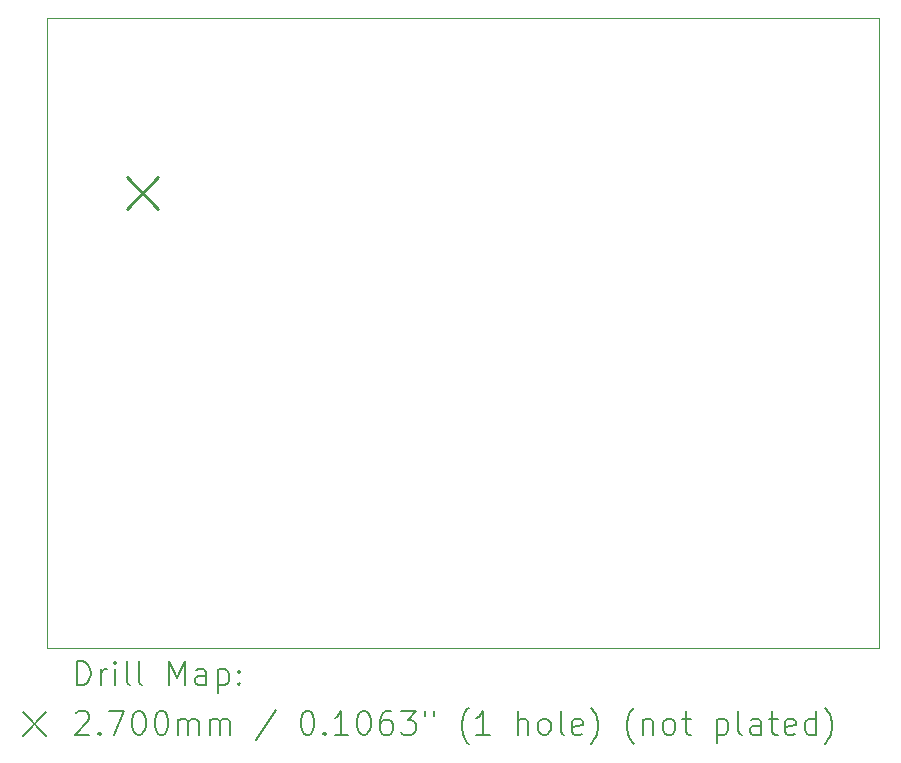
<source format=gbr>
%TF.GenerationSoftware,KiCad,Pcbnew,7.0.9*%
%TF.CreationDate,2025-04-20T12:54:36+02:00*%
%TF.ProjectId,C64-PSU-PCB-replacement-for-902503-06,4336342d-5053-4552-9d50-43422d726570,D*%
%TF.SameCoordinates,Original*%
%TF.FileFunction,Drillmap*%
%TF.FilePolarity,Positive*%
%FSLAX45Y45*%
G04 Gerber Fmt 4.5, Leading zero omitted, Abs format (unit mm)*
G04 Created by KiCad (PCBNEW 7.0.9) date 2025-04-20 12:54:36*
%MOMM*%
%LPD*%
G01*
G04 APERTURE LIST*
%ADD10C,0.050000*%
%ADD11C,0.200000*%
%ADD12C,0.270000*%
G04 APERTURE END LIST*
D10*
X2540000Y-7874000D02*
X2540000Y-2540000D01*
X9588500Y-7874000D02*
X2540000Y-7874000D01*
X2540000Y-2540000D02*
X9588500Y-2540000D01*
X9588500Y-2540000D02*
X9588500Y-7874000D01*
D11*
D12*
X3217800Y-3883500D02*
X3487800Y-4153500D01*
X3487800Y-3883500D02*
X3217800Y-4153500D01*
D11*
X2798277Y-8187984D02*
X2798277Y-7987984D01*
X2798277Y-7987984D02*
X2845896Y-7987984D01*
X2845896Y-7987984D02*
X2874467Y-7997508D01*
X2874467Y-7997508D02*
X2893515Y-8016555D01*
X2893515Y-8016555D02*
X2903039Y-8035603D01*
X2903039Y-8035603D02*
X2912562Y-8073698D01*
X2912562Y-8073698D02*
X2912562Y-8102269D01*
X2912562Y-8102269D02*
X2903039Y-8140365D01*
X2903039Y-8140365D02*
X2893515Y-8159412D01*
X2893515Y-8159412D02*
X2874467Y-8178460D01*
X2874467Y-8178460D02*
X2845896Y-8187984D01*
X2845896Y-8187984D02*
X2798277Y-8187984D01*
X2998277Y-8187984D02*
X2998277Y-8054650D01*
X2998277Y-8092746D02*
X3007801Y-8073698D01*
X3007801Y-8073698D02*
X3017324Y-8064174D01*
X3017324Y-8064174D02*
X3036372Y-8054650D01*
X3036372Y-8054650D02*
X3055420Y-8054650D01*
X3122086Y-8187984D02*
X3122086Y-8054650D01*
X3122086Y-7987984D02*
X3112562Y-7997508D01*
X3112562Y-7997508D02*
X3122086Y-8007031D01*
X3122086Y-8007031D02*
X3131610Y-7997508D01*
X3131610Y-7997508D02*
X3122086Y-7987984D01*
X3122086Y-7987984D02*
X3122086Y-8007031D01*
X3245896Y-8187984D02*
X3226848Y-8178460D01*
X3226848Y-8178460D02*
X3217324Y-8159412D01*
X3217324Y-8159412D02*
X3217324Y-7987984D01*
X3350658Y-8187984D02*
X3331610Y-8178460D01*
X3331610Y-8178460D02*
X3322086Y-8159412D01*
X3322086Y-8159412D02*
X3322086Y-7987984D01*
X3579229Y-8187984D02*
X3579229Y-7987984D01*
X3579229Y-7987984D02*
X3645896Y-8130841D01*
X3645896Y-8130841D02*
X3712562Y-7987984D01*
X3712562Y-7987984D02*
X3712562Y-8187984D01*
X3893515Y-8187984D02*
X3893515Y-8083222D01*
X3893515Y-8083222D02*
X3883991Y-8064174D01*
X3883991Y-8064174D02*
X3864943Y-8054650D01*
X3864943Y-8054650D02*
X3826848Y-8054650D01*
X3826848Y-8054650D02*
X3807801Y-8064174D01*
X3893515Y-8178460D02*
X3874467Y-8187984D01*
X3874467Y-8187984D02*
X3826848Y-8187984D01*
X3826848Y-8187984D02*
X3807801Y-8178460D01*
X3807801Y-8178460D02*
X3798277Y-8159412D01*
X3798277Y-8159412D02*
X3798277Y-8140365D01*
X3798277Y-8140365D02*
X3807801Y-8121317D01*
X3807801Y-8121317D02*
X3826848Y-8111793D01*
X3826848Y-8111793D02*
X3874467Y-8111793D01*
X3874467Y-8111793D02*
X3893515Y-8102269D01*
X3988753Y-8054650D02*
X3988753Y-8254650D01*
X3988753Y-8064174D02*
X4007801Y-8054650D01*
X4007801Y-8054650D02*
X4045896Y-8054650D01*
X4045896Y-8054650D02*
X4064943Y-8064174D01*
X4064943Y-8064174D02*
X4074467Y-8073698D01*
X4074467Y-8073698D02*
X4083991Y-8092746D01*
X4083991Y-8092746D02*
X4083991Y-8149888D01*
X4083991Y-8149888D02*
X4074467Y-8168936D01*
X4074467Y-8168936D02*
X4064943Y-8178460D01*
X4064943Y-8178460D02*
X4045896Y-8187984D01*
X4045896Y-8187984D02*
X4007801Y-8187984D01*
X4007801Y-8187984D02*
X3988753Y-8178460D01*
X4169705Y-8168936D02*
X4179229Y-8178460D01*
X4179229Y-8178460D02*
X4169705Y-8187984D01*
X4169705Y-8187984D02*
X4160182Y-8178460D01*
X4160182Y-8178460D02*
X4169705Y-8168936D01*
X4169705Y-8168936D02*
X4169705Y-8187984D01*
X4169705Y-8064174D02*
X4179229Y-8073698D01*
X4179229Y-8073698D02*
X4169705Y-8083222D01*
X4169705Y-8083222D02*
X4160182Y-8073698D01*
X4160182Y-8073698D02*
X4169705Y-8064174D01*
X4169705Y-8064174D02*
X4169705Y-8083222D01*
X2337500Y-8416500D02*
X2537500Y-8616500D01*
X2537500Y-8416500D02*
X2337500Y-8616500D01*
X2788753Y-8427031D02*
X2798277Y-8417508D01*
X2798277Y-8417508D02*
X2817324Y-8407984D01*
X2817324Y-8407984D02*
X2864943Y-8407984D01*
X2864943Y-8407984D02*
X2883991Y-8417508D01*
X2883991Y-8417508D02*
X2893515Y-8427031D01*
X2893515Y-8427031D02*
X2903039Y-8446079D01*
X2903039Y-8446079D02*
X2903039Y-8465127D01*
X2903039Y-8465127D02*
X2893515Y-8493698D01*
X2893515Y-8493698D02*
X2779229Y-8607984D01*
X2779229Y-8607984D02*
X2903039Y-8607984D01*
X2988753Y-8588936D02*
X2998277Y-8598460D01*
X2998277Y-8598460D02*
X2988753Y-8607984D01*
X2988753Y-8607984D02*
X2979229Y-8598460D01*
X2979229Y-8598460D02*
X2988753Y-8588936D01*
X2988753Y-8588936D02*
X2988753Y-8607984D01*
X3064943Y-8407984D02*
X3198277Y-8407984D01*
X3198277Y-8407984D02*
X3112562Y-8607984D01*
X3312562Y-8407984D02*
X3331610Y-8407984D01*
X3331610Y-8407984D02*
X3350658Y-8417508D01*
X3350658Y-8417508D02*
X3360182Y-8427031D01*
X3360182Y-8427031D02*
X3369705Y-8446079D01*
X3369705Y-8446079D02*
X3379229Y-8484174D01*
X3379229Y-8484174D02*
X3379229Y-8531793D01*
X3379229Y-8531793D02*
X3369705Y-8569889D01*
X3369705Y-8569889D02*
X3360182Y-8588936D01*
X3360182Y-8588936D02*
X3350658Y-8598460D01*
X3350658Y-8598460D02*
X3331610Y-8607984D01*
X3331610Y-8607984D02*
X3312562Y-8607984D01*
X3312562Y-8607984D02*
X3293515Y-8598460D01*
X3293515Y-8598460D02*
X3283991Y-8588936D01*
X3283991Y-8588936D02*
X3274467Y-8569889D01*
X3274467Y-8569889D02*
X3264943Y-8531793D01*
X3264943Y-8531793D02*
X3264943Y-8484174D01*
X3264943Y-8484174D02*
X3274467Y-8446079D01*
X3274467Y-8446079D02*
X3283991Y-8427031D01*
X3283991Y-8427031D02*
X3293515Y-8417508D01*
X3293515Y-8417508D02*
X3312562Y-8407984D01*
X3503039Y-8407984D02*
X3522086Y-8407984D01*
X3522086Y-8407984D02*
X3541134Y-8417508D01*
X3541134Y-8417508D02*
X3550658Y-8427031D01*
X3550658Y-8427031D02*
X3560182Y-8446079D01*
X3560182Y-8446079D02*
X3569705Y-8484174D01*
X3569705Y-8484174D02*
X3569705Y-8531793D01*
X3569705Y-8531793D02*
X3560182Y-8569889D01*
X3560182Y-8569889D02*
X3550658Y-8588936D01*
X3550658Y-8588936D02*
X3541134Y-8598460D01*
X3541134Y-8598460D02*
X3522086Y-8607984D01*
X3522086Y-8607984D02*
X3503039Y-8607984D01*
X3503039Y-8607984D02*
X3483991Y-8598460D01*
X3483991Y-8598460D02*
X3474467Y-8588936D01*
X3474467Y-8588936D02*
X3464943Y-8569889D01*
X3464943Y-8569889D02*
X3455420Y-8531793D01*
X3455420Y-8531793D02*
X3455420Y-8484174D01*
X3455420Y-8484174D02*
X3464943Y-8446079D01*
X3464943Y-8446079D02*
X3474467Y-8427031D01*
X3474467Y-8427031D02*
X3483991Y-8417508D01*
X3483991Y-8417508D02*
X3503039Y-8407984D01*
X3655420Y-8607984D02*
X3655420Y-8474650D01*
X3655420Y-8493698D02*
X3664943Y-8484174D01*
X3664943Y-8484174D02*
X3683991Y-8474650D01*
X3683991Y-8474650D02*
X3712563Y-8474650D01*
X3712563Y-8474650D02*
X3731610Y-8484174D01*
X3731610Y-8484174D02*
X3741134Y-8503222D01*
X3741134Y-8503222D02*
X3741134Y-8607984D01*
X3741134Y-8503222D02*
X3750658Y-8484174D01*
X3750658Y-8484174D02*
X3769705Y-8474650D01*
X3769705Y-8474650D02*
X3798277Y-8474650D01*
X3798277Y-8474650D02*
X3817324Y-8484174D01*
X3817324Y-8484174D02*
X3826848Y-8503222D01*
X3826848Y-8503222D02*
X3826848Y-8607984D01*
X3922086Y-8607984D02*
X3922086Y-8474650D01*
X3922086Y-8493698D02*
X3931610Y-8484174D01*
X3931610Y-8484174D02*
X3950658Y-8474650D01*
X3950658Y-8474650D02*
X3979229Y-8474650D01*
X3979229Y-8474650D02*
X3998277Y-8484174D01*
X3998277Y-8484174D02*
X4007801Y-8503222D01*
X4007801Y-8503222D02*
X4007801Y-8607984D01*
X4007801Y-8503222D02*
X4017324Y-8484174D01*
X4017324Y-8484174D02*
X4036372Y-8474650D01*
X4036372Y-8474650D02*
X4064943Y-8474650D01*
X4064943Y-8474650D02*
X4083991Y-8484174D01*
X4083991Y-8484174D02*
X4093515Y-8503222D01*
X4093515Y-8503222D02*
X4093515Y-8607984D01*
X4483991Y-8398460D02*
X4312563Y-8655603D01*
X4741134Y-8407984D02*
X4760182Y-8407984D01*
X4760182Y-8407984D02*
X4779229Y-8417508D01*
X4779229Y-8417508D02*
X4788753Y-8427031D01*
X4788753Y-8427031D02*
X4798277Y-8446079D01*
X4798277Y-8446079D02*
X4807801Y-8484174D01*
X4807801Y-8484174D02*
X4807801Y-8531793D01*
X4807801Y-8531793D02*
X4798277Y-8569889D01*
X4798277Y-8569889D02*
X4788753Y-8588936D01*
X4788753Y-8588936D02*
X4779229Y-8598460D01*
X4779229Y-8598460D02*
X4760182Y-8607984D01*
X4760182Y-8607984D02*
X4741134Y-8607984D01*
X4741134Y-8607984D02*
X4722087Y-8598460D01*
X4722087Y-8598460D02*
X4712563Y-8588936D01*
X4712563Y-8588936D02*
X4703039Y-8569889D01*
X4703039Y-8569889D02*
X4693515Y-8531793D01*
X4693515Y-8531793D02*
X4693515Y-8484174D01*
X4693515Y-8484174D02*
X4703039Y-8446079D01*
X4703039Y-8446079D02*
X4712563Y-8427031D01*
X4712563Y-8427031D02*
X4722087Y-8417508D01*
X4722087Y-8417508D02*
X4741134Y-8407984D01*
X4893515Y-8588936D02*
X4903039Y-8598460D01*
X4903039Y-8598460D02*
X4893515Y-8607984D01*
X4893515Y-8607984D02*
X4883991Y-8598460D01*
X4883991Y-8598460D02*
X4893515Y-8588936D01*
X4893515Y-8588936D02*
X4893515Y-8607984D01*
X5093515Y-8607984D02*
X4979229Y-8607984D01*
X5036372Y-8607984D02*
X5036372Y-8407984D01*
X5036372Y-8407984D02*
X5017325Y-8436555D01*
X5017325Y-8436555D02*
X4998277Y-8455603D01*
X4998277Y-8455603D02*
X4979229Y-8465127D01*
X5217325Y-8407984D02*
X5236372Y-8407984D01*
X5236372Y-8407984D02*
X5255420Y-8417508D01*
X5255420Y-8417508D02*
X5264944Y-8427031D01*
X5264944Y-8427031D02*
X5274468Y-8446079D01*
X5274468Y-8446079D02*
X5283991Y-8484174D01*
X5283991Y-8484174D02*
X5283991Y-8531793D01*
X5283991Y-8531793D02*
X5274468Y-8569889D01*
X5274468Y-8569889D02*
X5264944Y-8588936D01*
X5264944Y-8588936D02*
X5255420Y-8598460D01*
X5255420Y-8598460D02*
X5236372Y-8607984D01*
X5236372Y-8607984D02*
X5217325Y-8607984D01*
X5217325Y-8607984D02*
X5198277Y-8598460D01*
X5198277Y-8598460D02*
X5188753Y-8588936D01*
X5188753Y-8588936D02*
X5179229Y-8569889D01*
X5179229Y-8569889D02*
X5169706Y-8531793D01*
X5169706Y-8531793D02*
X5169706Y-8484174D01*
X5169706Y-8484174D02*
X5179229Y-8446079D01*
X5179229Y-8446079D02*
X5188753Y-8427031D01*
X5188753Y-8427031D02*
X5198277Y-8417508D01*
X5198277Y-8417508D02*
X5217325Y-8407984D01*
X5455420Y-8407984D02*
X5417325Y-8407984D01*
X5417325Y-8407984D02*
X5398277Y-8417508D01*
X5398277Y-8417508D02*
X5388753Y-8427031D01*
X5388753Y-8427031D02*
X5369706Y-8455603D01*
X5369706Y-8455603D02*
X5360182Y-8493698D01*
X5360182Y-8493698D02*
X5360182Y-8569889D01*
X5360182Y-8569889D02*
X5369706Y-8588936D01*
X5369706Y-8588936D02*
X5379229Y-8598460D01*
X5379229Y-8598460D02*
X5398277Y-8607984D01*
X5398277Y-8607984D02*
X5436372Y-8607984D01*
X5436372Y-8607984D02*
X5455420Y-8598460D01*
X5455420Y-8598460D02*
X5464944Y-8588936D01*
X5464944Y-8588936D02*
X5474468Y-8569889D01*
X5474468Y-8569889D02*
X5474468Y-8522270D01*
X5474468Y-8522270D02*
X5464944Y-8503222D01*
X5464944Y-8503222D02*
X5455420Y-8493698D01*
X5455420Y-8493698D02*
X5436372Y-8484174D01*
X5436372Y-8484174D02*
X5398277Y-8484174D01*
X5398277Y-8484174D02*
X5379229Y-8493698D01*
X5379229Y-8493698D02*
X5369706Y-8503222D01*
X5369706Y-8503222D02*
X5360182Y-8522270D01*
X5541134Y-8407984D02*
X5664944Y-8407984D01*
X5664944Y-8407984D02*
X5598277Y-8484174D01*
X5598277Y-8484174D02*
X5626848Y-8484174D01*
X5626848Y-8484174D02*
X5645896Y-8493698D01*
X5645896Y-8493698D02*
X5655420Y-8503222D01*
X5655420Y-8503222D02*
X5664944Y-8522270D01*
X5664944Y-8522270D02*
X5664944Y-8569889D01*
X5664944Y-8569889D02*
X5655420Y-8588936D01*
X5655420Y-8588936D02*
X5645896Y-8598460D01*
X5645896Y-8598460D02*
X5626848Y-8607984D01*
X5626848Y-8607984D02*
X5569706Y-8607984D01*
X5569706Y-8607984D02*
X5550658Y-8598460D01*
X5550658Y-8598460D02*
X5541134Y-8588936D01*
X5741134Y-8407984D02*
X5741134Y-8446079D01*
X5817325Y-8407984D02*
X5817325Y-8446079D01*
X6112563Y-8684174D02*
X6103039Y-8674650D01*
X6103039Y-8674650D02*
X6083991Y-8646079D01*
X6083991Y-8646079D02*
X6074468Y-8627031D01*
X6074468Y-8627031D02*
X6064944Y-8598460D01*
X6064944Y-8598460D02*
X6055420Y-8550841D01*
X6055420Y-8550841D02*
X6055420Y-8512746D01*
X6055420Y-8512746D02*
X6064944Y-8465127D01*
X6064944Y-8465127D02*
X6074468Y-8436555D01*
X6074468Y-8436555D02*
X6083991Y-8417508D01*
X6083991Y-8417508D02*
X6103039Y-8388936D01*
X6103039Y-8388936D02*
X6112563Y-8379412D01*
X6293515Y-8607984D02*
X6179229Y-8607984D01*
X6236372Y-8607984D02*
X6236372Y-8407984D01*
X6236372Y-8407984D02*
X6217325Y-8436555D01*
X6217325Y-8436555D02*
X6198277Y-8455603D01*
X6198277Y-8455603D02*
X6179229Y-8465127D01*
X6531610Y-8607984D02*
X6531610Y-8407984D01*
X6617325Y-8607984D02*
X6617325Y-8503222D01*
X6617325Y-8503222D02*
X6607801Y-8484174D01*
X6607801Y-8484174D02*
X6588753Y-8474650D01*
X6588753Y-8474650D02*
X6560182Y-8474650D01*
X6560182Y-8474650D02*
X6541134Y-8484174D01*
X6541134Y-8484174D02*
X6531610Y-8493698D01*
X6741134Y-8607984D02*
X6722087Y-8598460D01*
X6722087Y-8598460D02*
X6712563Y-8588936D01*
X6712563Y-8588936D02*
X6703039Y-8569889D01*
X6703039Y-8569889D02*
X6703039Y-8512746D01*
X6703039Y-8512746D02*
X6712563Y-8493698D01*
X6712563Y-8493698D02*
X6722087Y-8484174D01*
X6722087Y-8484174D02*
X6741134Y-8474650D01*
X6741134Y-8474650D02*
X6769706Y-8474650D01*
X6769706Y-8474650D02*
X6788753Y-8484174D01*
X6788753Y-8484174D02*
X6798277Y-8493698D01*
X6798277Y-8493698D02*
X6807801Y-8512746D01*
X6807801Y-8512746D02*
X6807801Y-8569889D01*
X6807801Y-8569889D02*
X6798277Y-8588936D01*
X6798277Y-8588936D02*
X6788753Y-8598460D01*
X6788753Y-8598460D02*
X6769706Y-8607984D01*
X6769706Y-8607984D02*
X6741134Y-8607984D01*
X6922087Y-8607984D02*
X6903039Y-8598460D01*
X6903039Y-8598460D02*
X6893515Y-8579412D01*
X6893515Y-8579412D02*
X6893515Y-8407984D01*
X7074468Y-8598460D02*
X7055420Y-8607984D01*
X7055420Y-8607984D02*
X7017325Y-8607984D01*
X7017325Y-8607984D02*
X6998277Y-8598460D01*
X6998277Y-8598460D02*
X6988753Y-8579412D01*
X6988753Y-8579412D02*
X6988753Y-8503222D01*
X6988753Y-8503222D02*
X6998277Y-8484174D01*
X6998277Y-8484174D02*
X7017325Y-8474650D01*
X7017325Y-8474650D02*
X7055420Y-8474650D01*
X7055420Y-8474650D02*
X7074468Y-8484174D01*
X7074468Y-8484174D02*
X7083991Y-8503222D01*
X7083991Y-8503222D02*
X7083991Y-8522270D01*
X7083991Y-8522270D02*
X6988753Y-8541317D01*
X7150658Y-8684174D02*
X7160182Y-8674650D01*
X7160182Y-8674650D02*
X7179230Y-8646079D01*
X7179230Y-8646079D02*
X7188753Y-8627031D01*
X7188753Y-8627031D02*
X7198277Y-8598460D01*
X7198277Y-8598460D02*
X7207801Y-8550841D01*
X7207801Y-8550841D02*
X7207801Y-8512746D01*
X7207801Y-8512746D02*
X7198277Y-8465127D01*
X7198277Y-8465127D02*
X7188753Y-8436555D01*
X7188753Y-8436555D02*
X7179230Y-8417508D01*
X7179230Y-8417508D02*
X7160182Y-8388936D01*
X7160182Y-8388936D02*
X7150658Y-8379412D01*
X7512563Y-8684174D02*
X7503039Y-8674650D01*
X7503039Y-8674650D02*
X7483991Y-8646079D01*
X7483991Y-8646079D02*
X7474468Y-8627031D01*
X7474468Y-8627031D02*
X7464944Y-8598460D01*
X7464944Y-8598460D02*
X7455420Y-8550841D01*
X7455420Y-8550841D02*
X7455420Y-8512746D01*
X7455420Y-8512746D02*
X7464944Y-8465127D01*
X7464944Y-8465127D02*
X7474468Y-8436555D01*
X7474468Y-8436555D02*
X7483991Y-8417508D01*
X7483991Y-8417508D02*
X7503039Y-8388936D01*
X7503039Y-8388936D02*
X7512563Y-8379412D01*
X7588753Y-8474650D02*
X7588753Y-8607984D01*
X7588753Y-8493698D02*
X7598277Y-8484174D01*
X7598277Y-8484174D02*
X7617325Y-8474650D01*
X7617325Y-8474650D02*
X7645896Y-8474650D01*
X7645896Y-8474650D02*
X7664944Y-8484174D01*
X7664944Y-8484174D02*
X7674468Y-8503222D01*
X7674468Y-8503222D02*
X7674468Y-8607984D01*
X7798277Y-8607984D02*
X7779230Y-8598460D01*
X7779230Y-8598460D02*
X7769706Y-8588936D01*
X7769706Y-8588936D02*
X7760182Y-8569889D01*
X7760182Y-8569889D02*
X7760182Y-8512746D01*
X7760182Y-8512746D02*
X7769706Y-8493698D01*
X7769706Y-8493698D02*
X7779230Y-8484174D01*
X7779230Y-8484174D02*
X7798277Y-8474650D01*
X7798277Y-8474650D02*
X7826849Y-8474650D01*
X7826849Y-8474650D02*
X7845896Y-8484174D01*
X7845896Y-8484174D02*
X7855420Y-8493698D01*
X7855420Y-8493698D02*
X7864944Y-8512746D01*
X7864944Y-8512746D02*
X7864944Y-8569889D01*
X7864944Y-8569889D02*
X7855420Y-8588936D01*
X7855420Y-8588936D02*
X7845896Y-8598460D01*
X7845896Y-8598460D02*
X7826849Y-8607984D01*
X7826849Y-8607984D02*
X7798277Y-8607984D01*
X7922087Y-8474650D02*
X7998277Y-8474650D01*
X7950658Y-8407984D02*
X7950658Y-8579412D01*
X7950658Y-8579412D02*
X7960182Y-8598460D01*
X7960182Y-8598460D02*
X7979230Y-8607984D01*
X7979230Y-8607984D02*
X7998277Y-8607984D01*
X8217325Y-8474650D02*
X8217325Y-8674650D01*
X8217325Y-8484174D02*
X8236372Y-8474650D01*
X8236372Y-8474650D02*
X8274468Y-8474650D01*
X8274468Y-8474650D02*
X8293515Y-8484174D01*
X8293515Y-8484174D02*
X8303039Y-8493698D01*
X8303039Y-8493698D02*
X8312563Y-8512746D01*
X8312563Y-8512746D02*
X8312563Y-8569889D01*
X8312563Y-8569889D02*
X8303039Y-8588936D01*
X8303039Y-8588936D02*
X8293515Y-8598460D01*
X8293515Y-8598460D02*
X8274468Y-8607984D01*
X8274468Y-8607984D02*
X8236372Y-8607984D01*
X8236372Y-8607984D02*
X8217325Y-8598460D01*
X8426849Y-8607984D02*
X8407801Y-8598460D01*
X8407801Y-8598460D02*
X8398277Y-8579412D01*
X8398277Y-8579412D02*
X8398277Y-8407984D01*
X8588754Y-8607984D02*
X8588754Y-8503222D01*
X8588754Y-8503222D02*
X8579230Y-8484174D01*
X8579230Y-8484174D02*
X8560182Y-8474650D01*
X8560182Y-8474650D02*
X8522087Y-8474650D01*
X8522087Y-8474650D02*
X8503039Y-8484174D01*
X8588754Y-8598460D02*
X8569706Y-8607984D01*
X8569706Y-8607984D02*
X8522087Y-8607984D01*
X8522087Y-8607984D02*
X8503039Y-8598460D01*
X8503039Y-8598460D02*
X8493515Y-8579412D01*
X8493515Y-8579412D02*
X8493515Y-8560365D01*
X8493515Y-8560365D02*
X8503039Y-8541317D01*
X8503039Y-8541317D02*
X8522087Y-8531793D01*
X8522087Y-8531793D02*
X8569706Y-8531793D01*
X8569706Y-8531793D02*
X8588754Y-8522270D01*
X8655420Y-8474650D02*
X8731611Y-8474650D01*
X8683992Y-8407984D02*
X8683992Y-8579412D01*
X8683992Y-8579412D02*
X8693515Y-8598460D01*
X8693515Y-8598460D02*
X8712563Y-8607984D01*
X8712563Y-8607984D02*
X8731611Y-8607984D01*
X8874468Y-8598460D02*
X8855420Y-8607984D01*
X8855420Y-8607984D02*
X8817325Y-8607984D01*
X8817325Y-8607984D02*
X8798277Y-8598460D01*
X8798277Y-8598460D02*
X8788754Y-8579412D01*
X8788754Y-8579412D02*
X8788754Y-8503222D01*
X8788754Y-8503222D02*
X8798277Y-8484174D01*
X8798277Y-8484174D02*
X8817325Y-8474650D01*
X8817325Y-8474650D02*
X8855420Y-8474650D01*
X8855420Y-8474650D02*
X8874468Y-8484174D01*
X8874468Y-8484174D02*
X8883992Y-8503222D01*
X8883992Y-8503222D02*
X8883992Y-8522270D01*
X8883992Y-8522270D02*
X8788754Y-8541317D01*
X9055420Y-8607984D02*
X9055420Y-8407984D01*
X9055420Y-8598460D02*
X9036373Y-8607984D01*
X9036373Y-8607984D02*
X8998277Y-8607984D01*
X8998277Y-8607984D02*
X8979230Y-8598460D01*
X8979230Y-8598460D02*
X8969706Y-8588936D01*
X8969706Y-8588936D02*
X8960182Y-8569889D01*
X8960182Y-8569889D02*
X8960182Y-8512746D01*
X8960182Y-8512746D02*
X8969706Y-8493698D01*
X8969706Y-8493698D02*
X8979230Y-8484174D01*
X8979230Y-8484174D02*
X8998277Y-8474650D01*
X8998277Y-8474650D02*
X9036373Y-8474650D01*
X9036373Y-8474650D02*
X9055420Y-8484174D01*
X9131611Y-8684174D02*
X9141135Y-8674650D01*
X9141135Y-8674650D02*
X9160182Y-8646079D01*
X9160182Y-8646079D02*
X9169706Y-8627031D01*
X9169706Y-8627031D02*
X9179230Y-8598460D01*
X9179230Y-8598460D02*
X9188754Y-8550841D01*
X9188754Y-8550841D02*
X9188754Y-8512746D01*
X9188754Y-8512746D02*
X9179230Y-8465127D01*
X9179230Y-8465127D02*
X9169706Y-8436555D01*
X9169706Y-8436555D02*
X9160182Y-8417508D01*
X9160182Y-8417508D02*
X9141135Y-8388936D01*
X9141135Y-8388936D02*
X9131611Y-8379412D01*
M02*

</source>
